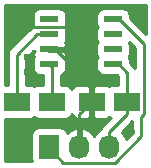
<source format=gbr>
G04 #@! TF.FileFunction,Copper,L1,Top,Signal*
%FSLAX46Y46*%
G04 Gerber Fmt 4.6, Leading zero omitted, Abs format (unit mm)*
G04 Created by KiCad (PCBNEW 0.201602201416+6573~42~ubuntu14.04.1-product) date jeu. 25 févr. 2016 00:10:31 CET*
%MOMM*%
G01*
G04 APERTURE LIST*
%ADD10C,0.100000*%
%ADD11R,2.199640X1.600200*%
%ADD12R,1.727200X2.032000*%
%ADD13O,1.727200X2.032000*%
%ADD14R,1.550000X0.600000*%
%ADD15C,0.600000*%
%ADD16C,0.250000*%
%ADD17C,0.254000*%
G04 APERTURE END LIST*
D10*
D11*
X169948860Y-96520000D03*
X172951140Y-96520000D03*
X176298860Y-96520000D03*
X179301140Y-96520000D03*
D12*
X172720000Y-100330000D03*
D13*
X175260000Y-100330000D03*
X177800000Y-100330000D03*
D14*
X172720000Y-89535000D03*
X172720000Y-90805000D03*
X172720000Y-92075000D03*
X172720000Y-93345000D03*
X178120000Y-93345000D03*
X178120000Y-92075000D03*
X178120000Y-90805000D03*
X178120000Y-89535000D03*
D15*
X179705000Y-99060000D03*
X179705000Y-92710000D03*
X180340000Y-88900000D03*
X175260000Y-90170000D03*
X170180000Y-90170000D03*
X170815000Y-92710000D03*
X170815000Y-93980000D03*
X175108680Y-94279720D03*
D16*
X169948860Y-96520000D02*
X169948860Y-92551140D01*
X169948860Y-92551140D02*
X171695000Y-90805000D01*
X171695000Y-90805000D02*
X172720000Y-90805000D01*
X172951140Y-96520000D02*
X172951140Y-93576140D01*
X172951140Y-93576140D02*
X172720000Y-93345000D01*
X170180000Y-90170000D02*
X175260000Y-90170000D01*
X170815000Y-93980000D02*
X170815000Y-92710000D01*
X176298860Y-96520000D02*
X176298860Y-95469900D01*
X176298860Y-95469900D02*
X175108680Y-94279720D01*
X175108680Y-94279720D02*
X175108680Y-93988680D01*
X175260000Y-100330000D02*
X175260000Y-97558860D01*
X175260000Y-97558860D02*
X176298860Y-96520000D01*
X172720000Y-92075000D02*
X173195000Y-92075000D01*
X173195000Y-92075000D02*
X175108680Y-93988680D01*
X177800000Y-100039998D02*
X177800000Y-100330000D01*
X177800000Y-99071240D02*
X177800000Y-100039998D01*
X179301140Y-97570100D02*
X177800000Y-99071240D01*
X179301140Y-96520000D02*
X179301140Y-97570100D01*
X179301140Y-96520000D02*
X179301140Y-94051140D01*
X179301140Y-94051140D02*
X178595000Y-93345000D01*
X178595000Y-93345000D02*
X178120000Y-93345000D01*
X177645000Y-93345000D02*
X178120000Y-93345000D01*
X180516062Y-97790000D02*
X180516062Y-99447286D01*
X173908610Y-101671010D02*
X172720000Y-100482400D01*
X180516062Y-99447286D02*
X178292338Y-101671010D01*
X178292338Y-101671010D02*
X173908610Y-101671010D01*
X172720000Y-100482400D02*
X172720000Y-100330000D01*
X178120000Y-89535000D02*
X178595000Y-89535000D01*
X178595000Y-89535000D02*
X180725961Y-91665961D01*
X180725961Y-91665961D02*
X180725961Y-97580101D01*
X180725961Y-97580101D02*
X180516062Y-97790000D01*
D17*
G36*
X180900000Y-90765198D02*
X179542440Y-89407638D01*
X179542440Y-89235000D01*
X179493157Y-88987235D01*
X179352809Y-88777191D01*
X179142765Y-88636843D01*
X178895000Y-88587560D01*
X177345000Y-88587560D01*
X177097235Y-88636843D01*
X176887191Y-88777191D01*
X176746843Y-88987235D01*
X176697560Y-89235000D01*
X176697560Y-89835000D01*
X176746843Y-90082765D01*
X176805132Y-90170000D01*
X176746843Y-90257235D01*
X176697560Y-90505000D01*
X176697560Y-91105000D01*
X176746843Y-91352765D01*
X176805132Y-91440000D01*
X176746843Y-91527235D01*
X176697560Y-91775000D01*
X176697560Y-92375000D01*
X176746843Y-92622765D01*
X176805132Y-92710000D01*
X176746843Y-92797235D01*
X176697560Y-93045000D01*
X176697560Y-93645000D01*
X176746843Y-93892765D01*
X176887191Y-94102809D01*
X177097235Y-94243157D01*
X177345000Y-94292440D01*
X178467638Y-94292440D01*
X178541140Y-94365942D01*
X178541140Y-95072460D01*
X178201320Y-95072460D01*
X177953555Y-95121743D01*
X177800690Y-95223885D01*
X177758378Y-95181573D01*
X177524989Y-95084900D01*
X176584610Y-95084900D01*
X176425860Y-95243650D01*
X176425860Y-96393000D01*
X176445860Y-96393000D01*
X176445860Y-96647000D01*
X176425860Y-96647000D01*
X176425860Y-97796350D01*
X176584610Y-97955100D01*
X177524989Y-97955100D01*
X177758378Y-97858427D01*
X177800690Y-97816115D01*
X177908372Y-97888066D01*
X177262599Y-98533839D01*
X177097852Y-98780401D01*
X177082644Y-98856858D01*
X176740330Y-99085585D01*
X176533539Y-99395069D01*
X176162036Y-98979268D01*
X175634791Y-98725291D01*
X175619026Y-98722642D01*
X175387000Y-98843783D01*
X175387000Y-100203000D01*
X175407000Y-100203000D01*
X175407000Y-100457000D01*
X175387000Y-100457000D01*
X175387000Y-100477000D01*
X175133000Y-100477000D01*
X175133000Y-100457000D01*
X175113000Y-100457000D01*
X175113000Y-100203000D01*
X175133000Y-100203000D01*
X175133000Y-98843783D01*
X174900974Y-98722642D01*
X174885209Y-98725291D01*
X174357964Y-98979268D01*
X174199694Y-99156410D01*
X174181757Y-99066235D01*
X174041409Y-98856191D01*
X173831365Y-98715843D01*
X173583600Y-98666560D01*
X171856400Y-98666560D01*
X171608635Y-98715843D01*
X171398591Y-98856191D01*
X171258243Y-99066235D01*
X171208960Y-99314000D01*
X171208960Y-101346000D01*
X171244565Y-101525000D01*
X168985000Y-101525000D01*
X168985000Y-97967540D01*
X171048680Y-97967540D01*
X171296445Y-97918257D01*
X171450000Y-97815654D01*
X171603555Y-97918257D01*
X171851320Y-97967540D01*
X174050960Y-97967540D01*
X174298725Y-97918257D01*
X174508769Y-97777909D01*
X174627654Y-97599987D01*
X174660713Y-97679799D01*
X174839342Y-97858427D01*
X175072731Y-97955100D01*
X176013110Y-97955100D01*
X176171860Y-97796350D01*
X176171860Y-96647000D01*
X176151860Y-96647000D01*
X176151860Y-96393000D01*
X176171860Y-96393000D01*
X176171860Y-95243650D01*
X176013110Y-95084900D01*
X175072731Y-95084900D01*
X174839342Y-95181573D01*
X174660713Y-95360201D01*
X174627654Y-95440013D01*
X174508769Y-95262091D01*
X174298725Y-95121743D01*
X174050960Y-95072460D01*
X173711140Y-95072460D01*
X173711140Y-94249448D01*
X173742765Y-94243157D01*
X173952809Y-94102809D01*
X174093157Y-93892765D01*
X174142440Y-93645000D01*
X174142440Y-93045000D01*
X174093157Y-92797235D01*
X174040232Y-92718028D01*
X174130000Y-92501310D01*
X174130000Y-92360750D01*
X173971250Y-92202000D01*
X172847000Y-92202000D01*
X172847000Y-92222000D01*
X172593000Y-92222000D01*
X172593000Y-92202000D01*
X172573000Y-92202000D01*
X172573000Y-91948000D01*
X172593000Y-91948000D01*
X172593000Y-91928000D01*
X172847000Y-91928000D01*
X172847000Y-91948000D01*
X173971250Y-91948000D01*
X174130000Y-91789250D01*
X174130000Y-91648690D01*
X174040232Y-91431972D01*
X174093157Y-91352765D01*
X174142440Y-91105000D01*
X174142440Y-90505000D01*
X174093157Y-90257235D01*
X174034868Y-90170000D01*
X174093157Y-90082765D01*
X174142440Y-89835000D01*
X174142440Y-89235000D01*
X174093157Y-88987235D01*
X173952809Y-88777191D01*
X173742765Y-88636843D01*
X173495000Y-88587560D01*
X171945000Y-88587560D01*
X171697235Y-88636843D01*
X171487191Y-88777191D01*
X171346843Y-88987235D01*
X171297560Y-89235000D01*
X171297560Y-89835000D01*
X171346843Y-90082765D01*
X171373814Y-90123129D01*
X171157599Y-90267599D01*
X169411459Y-92013739D01*
X169246712Y-92260301D01*
X169188860Y-92551140D01*
X169188860Y-95072460D01*
X168985000Y-95072460D01*
X168985000Y-88340000D01*
X180900000Y-88340000D01*
X180900000Y-90765198D01*
X180900000Y-90765198D01*
G37*
X180900000Y-90765198D02*
X179542440Y-89407638D01*
X179542440Y-89235000D01*
X179493157Y-88987235D01*
X179352809Y-88777191D01*
X179142765Y-88636843D01*
X178895000Y-88587560D01*
X177345000Y-88587560D01*
X177097235Y-88636843D01*
X176887191Y-88777191D01*
X176746843Y-88987235D01*
X176697560Y-89235000D01*
X176697560Y-89835000D01*
X176746843Y-90082765D01*
X176805132Y-90170000D01*
X176746843Y-90257235D01*
X176697560Y-90505000D01*
X176697560Y-91105000D01*
X176746843Y-91352765D01*
X176805132Y-91440000D01*
X176746843Y-91527235D01*
X176697560Y-91775000D01*
X176697560Y-92375000D01*
X176746843Y-92622765D01*
X176805132Y-92710000D01*
X176746843Y-92797235D01*
X176697560Y-93045000D01*
X176697560Y-93645000D01*
X176746843Y-93892765D01*
X176887191Y-94102809D01*
X177097235Y-94243157D01*
X177345000Y-94292440D01*
X178467638Y-94292440D01*
X178541140Y-94365942D01*
X178541140Y-95072460D01*
X178201320Y-95072460D01*
X177953555Y-95121743D01*
X177800690Y-95223885D01*
X177758378Y-95181573D01*
X177524989Y-95084900D01*
X176584610Y-95084900D01*
X176425860Y-95243650D01*
X176425860Y-96393000D01*
X176445860Y-96393000D01*
X176445860Y-96647000D01*
X176425860Y-96647000D01*
X176425860Y-97796350D01*
X176584610Y-97955100D01*
X177524989Y-97955100D01*
X177758378Y-97858427D01*
X177800690Y-97816115D01*
X177908372Y-97888066D01*
X177262599Y-98533839D01*
X177097852Y-98780401D01*
X177082644Y-98856858D01*
X176740330Y-99085585D01*
X176533539Y-99395069D01*
X176162036Y-98979268D01*
X175634791Y-98725291D01*
X175619026Y-98722642D01*
X175387000Y-98843783D01*
X175387000Y-100203000D01*
X175407000Y-100203000D01*
X175407000Y-100457000D01*
X175387000Y-100457000D01*
X175387000Y-100477000D01*
X175133000Y-100477000D01*
X175133000Y-100457000D01*
X175113000Y-100457000D01*
X175113000Y-100203000D01*
X175133000Y-100203000D01*
X175133000Y-98843783D01*
X174900974Y-98722642D01*
X174885209Y-98725291D01*
X174357964Y-98979268D01*
X174199694Y-99156410D01*
X174181757Y-99066235D01*
X174041409Y-98856191D01*
X173831365Y-98715843D01*
X173583600Y-98666560D01*
X171856400Y-98666560D01*
X171608635Y-98715843D01*
X171398591Y-98856191D01*
X171258243Y-99066235D01*
X171208960Y-99314000D01*
X171208960Y-101346000D01*
X171244565Y-101525000D01*
X168985000Y-101525000D01*
X168985000Y-97967540D01*
X171048680Y-97967540D01*
X171296445Y-97918257D01*
X171450000Y-97815654D01*
X171603555Y-97918257D01*
X171851320Y-97967540D01*
X174050960Y-97967540D01*
X174298725Y-97918257D01*
X174508769Y-97777909D01*
X174627654Y-97599987D01*
X174660713Y-97679799D01*
X174839342Y-97858427D01*
X175072731Y-97955100D01*
X176013110Y-97955100D01*
X176171860Y-97796350D01*
X176171860Y-96647000D01*
X176151860Y-96647000D01*
X176151860Y-96393000D01*
X176171860Y-96393000D01*
X176171860Y-95243650D01*
X176013110Y-95084900D01*
X175072731Y-95084900D01*
X174839342Y-95181573D01*
X174660713Y-95360201D01*
X174627654Y-95440013D01*
X174508769Y-95262091D01*
X174298725Y-95121743D01*
X174050960Y-95072460D01*
X173711140Y-95072460D01*
X173711140Y-94249448D01*
X173742765Y-94243157D01*
X173952809Y-94102809D01*
X174093157Y-93892765D01*
X174142440Y-93645000D01*
X174142440Y-93045000D01*
X174093157Y-92797235D01*
X174040232Y-92718028D01*
X174130000Y-92501310D01*
X174130000Y-92360750D01*
X173971250Y-92202000D01*
X172847000Y-92202000D01*
X172847000Y-92222000D01*
X172593000Y-92222000D01*
X172593000Y-92202000D01*
X172573000Y-92202000D01*
X172573000Y-91948000D01*
X172593000Y-91948000D01*
X172593000Y-91928000D01*
X172847000Y-91928000D01*
X172847000Y-91948000D01*
X173971250Y-91948000D01*
X174130000Y-91789250D01*
X174130000Y-91648690D01*
X174040232Y-91431972D01*
X174093157Y-91352765D01*
X174142440Y-91105000D01*
X174142440Y-90505000D01*
X174093157Y-90257235D01*
X174034868Y-90170000D01*
X174093157Y-90082765D01*
X174142440Y-89835000D01*
X174142440Y-89235000D01*
X174093157Y-88987235D01*
X173952809Y-88777191D01*
X173742765Y-88636843D01*
X173495000Y-88587560D01*
X171945000Y-88587560D01*
X171697235Y-88636843D01*
X171487191Y-88777191D01*
X171346843Y-88987235D01*
X171297560Y-89235000D01*
X171297560Y-89835000D01*
X171346843Y-90082765D01*
X171373814Y-90123129D01*
X171157599Y-90267599D01*
X169411459Y-92013739D01*
X169246712Y-92260301D01*
X169188860Y-92551140D01*
X169188860Y-95072460D01*
X168985000Y-95072460D01*
X168985000Y-88340000D01*
X180900000Y-88340000D01*
X180900000Y-90765198D01*
G36*
X179756062Y-99132484D02*
X179206468Y-99682078D01*
X179184526Y-99571766D01*
X178859985Y-99086057D01*
X179756062Y-98189980D01*
X179756062Y-99132484D01*
X179756062Y-99132484D01*
G37*
X179756062Y-99132484D02*
X179206468Y-99682078D01*
X179184526Y-99571766D01*
X178859985Y-99086057D01*
X179756062Y-98189980D01*
X179756062Y-99132484D01*
G36*
X171310000Y-92360750D02*
X171310000Y-92501310D01*
X171399768Y-92718028D01*
X171346843Y-92797235D01*
X171297560Y-93045000D01*
X171297560Y-93645000D01*
X171346843Y-93892765D01*
X171487191Y-94102809D01*
X171697235Y-94243157D01*
X171945000Y-94292440D01*
X172191140Y-94292440D01*
X172191140Y-95072460D01*
X171851320Y-95072460D01*
X171603555Y-95121743D01*
X171450000Y-95224346D01*
X171296445Y-95121743D01*
X171048680Y-95072460D01*
X170708860Y-95072460D01*
X170708860Y-92865942D01*
X171372800Y-92202002D01*
X171468748Y-92202002D01*
X171310000Y-92360750D01*
X171310000Y-92360750D01*
G37*
X171310000Y-92360750D02*
X171310000Y-92501310D01*
X171399768Y-92718028D01*
X171346843Y-92797235D01*
X171297560Y-93045000D01*
X171297560Y-93645000D01*
X171346843Y-93892765D01*
X171487191Y-94102809D01*
X171697235Y-94243157D01*
X171945000Y-94292440D01*
X172191140Y-94292440D01*
X172191140Y-95072460D01*
X171851320Y-95072460D01*
X171603555Y-95121743D01*
X171450000Y-95224346D01*
X171296445Y-95121743D01*
X171048680Y-95072460D01*
X170708860Y-95072460D01*
X170708860Y-92865942D01*
X171372800Y-92202002D01*
X171468748Y-92202002D01*
X171310000Y-92360750D01*
G36*
X179965961Y-91980763D02*
X179965961Y-93704437D01*
X179838541Y-93513739D01*
X179542440Y-93217638D01*
X179542440Y-93045000D01*
X179493157Y-92797235D01*
X179434868Y-92710000D01*
X179493157Y-92622765D01*
X179542440Y-92375000D01*
X179542440Y-91775000D01*
X179493157Y-91527235D01*
X179454341Y-91469143D01*
X179965961Y-91980763D01*
X179965961Y-91980763D01*
G37*
X179965961Y-91980763D02*
X179965961Y-93704437D01*
X179838541Y-93513739D01*
X179542440Y-93217638D01*
X179542440Y-93045000D01*
X179493157Y-92797235D01*
X179434868Y-92710000D01*
X179493157Y-92622765D01*
X179542440Y-92375000D01*
X179542440Y-91775000D01*
X179493157Y-91527235D01*
X179454341Y-91469143D01*
X179965961Y-91980763D01*
M02*

</source>
